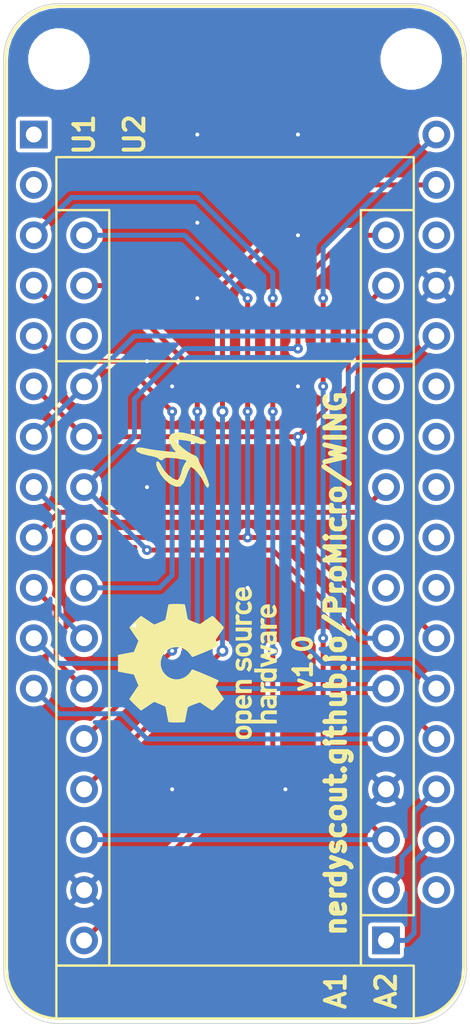
<source format=kicad_pcb>
(kicad_pcb (version 20171130) (host pcbnew 5.1.5)
  (title_block (title WING) (date 2020-06-01) (rev v1.0) (company nerdyscout))
  (layers (0 F.Cu mixed) (31 B.Cu mixed) (34 B.Paste user) (35 F.Paste user) (36 B.SilkS user) (37 F.SilkS user) (38 B.Mask user) (39 F.Mask user) (44 Edge.Cuts user))
  (net 0 "")
  (net 1 GND)
  (net 2 +3V3)
  (net 3 Reset)
  (net 4 D9)
  (net 5 D8)
  (net 6 A3)
  (net 7 D7)
  (net 8 A2)
  (net 9 D6)
  (net 10 A1)
  (net 11 D5)
  (net 12 A0)
  (net 13 D4)
  (net 14 D15)
  (net 15 D3)
  (net 16 D14)
  (net 17 D2)
  (net 18 D16)
  (net 19 D10)
  (net 20 D0)
  (net 21 D1)
  (net 22 +5V)
  (net 23 EN)
  (module Symbol:OSHW-Logo_7.5x8mm_SilkScreen (layer F.Cu) (at 56.515 87.63 90)
    (fp_text reference LOGO1 hide)
    (fp_text value Logo_Open_Hardware_Small hide)
  )
  (module Symbol:initials (layer F.Cu) (at 55.245 77.47 90)
    (fp_text reference TP3 hide)
    (fp_text value initials hide)
  )
  (module WING:Adafruit_Feather_mod2 (layer F.Cu) (at 48.26 60.96)
    (fp_text reference U1 (at 2.54 0 270) (layer F.SilkS) (effects (font (thickness 0.2))))
    (fp_text value Adafruit_HUZZAH32_ESP32_Feather hide)
    (pad 1 thru_hole rect (at 0 0) (size 1.4 1.4) (drill 0.8) (layers *.Cu *.Mask))
    (pad 2 thru_hole circle (at 0 2.54) (size 1.4 1.4) (drill 0.8) (layers *.Cu *.Mask) (net 23 EN))
    (pad 3 thru_hole circle (at 0 5.08) (size 1.4 1.4) (drill 0.8) (layers *.Cu *.Mask) (net 22 +5V))
    (pad 4 thru_hole circle (at 0 7.62) (size 1.4 1.4) (drill 0.8) (layers *.Cu *.Mask) (net 6 A3))
    (pad 5 thru_hole circle (at 0 10.16) (size 1.4 1.4) (drill 0.8) (layers *.Cu *.Mask) (net 12 A0))
    (pad 6 thru_hole circle (at 0 12.7) (size 1.4 1.4) (drill 0.8) (layers *.Cu *.Mask) (net 18 D16))
    (pad 7 thru_hole circle (at 0 15.24) (size 1.4 1.4) (drill 0.8) (layers *.Cu *.Mask) (net 19 D10))
    (pad 8 thru_hole circle (at 0 17.78) (size 1.4 1.4) (drill 0.8) (layers *.Cu *.Mask) (net 10 A1))
    (pad 9 thru_hole circle (at 0 20.32) (size 1.4 1.4) (drill 0.8) (layers *.Cu *.Mask) (net 7 D7))
    (pad 10 thru_hole circle (at 0 22.86) (size 1.4 1.4) (drill 0.8) (layers *.Cu *.Mask) (net 8 A2))
    (pad 11 thru_hole circle (at 0 25.4) (size 1.4 1.4) (drill 0.8) (layers *.Cu *.Mask) (net 15 D3))
    (pad 12 thru_hole circle (at 0 27.94) (size 1.4 1.4) (drill 0.8) (layers *.Cu *.Mask) (net 17 D2))
    (pad 13 thru_hole circle (at 20.32 38.1) (size 1.4 1.4) (drill 0.8) (layers *.Cu *.Mask))
    (pad 14 thru_hole circle (at 20.32 35.56) (size 1.4 1.4) (drill 0.8) (layers *.Cu *.Mask) (net 21 D1))
    (pad 15 thru_hole circle (at 20.32 33.02) (size 1.4 1.4) (drill 0.8) (layers *.Cu *.Mask) (net 20 D0))
    (pad 16 thru_hole circle (at 20.32 30.48) (size 1.4 1.4) (drill 0.8) (layers *.Cu *.Mask) (net 16 D14))
    (pad 17 thru_hole circle (at 20.32 27.94) (size 1.4 1.4) (drill 0.8) (layers *.Cu *.Mask) (net 18 D16))
    (pad 18 thru_hole circle (at 20.32 25.4) (size 1.4 1.4) (drill 0.8) (layers *.Cu *.Mask) (net 14 D15))
    (pad 19 thru_hole circle (at 20.32 22.86) (size 1.4 1.4) (drill 0.8) (layers *.Cu *.Mask))
    (pad 20 thru_hole circle (at 20.32 20.32) (size 1.4 1.4) (drill 0.8) (layers *.Cu *.Mask))
    (pad 21 thru_hole circle (at 20.32 17.78) (size 1.4 1.4) (drill 0.8) (layers *.Cu *.Mask))
    (pad 22 thru_hole circle (at 20.32 15.24) (size 1.4 1.4) (drill 0.8) (layers *.Cu *.Mask))
    (pad 23 thru_hole circle (at 20.32 12.7) (size 1.4 1.4) (drill 0.8) (layers *.Cu *.Mask))
    (pad 25 thru_hole circle (at 20.32 7.62) (size 1.4 1.4) (drill 0.8) (layers *.Cu *.Mask) (net 1 GND))
    (pad 26 thru_hole circle (at 20.32 5.08) (size 1.4 1.4) (drill 0.8) (layers *.Cu *.Mask))
    (pad 27 thru_hole circle (at 20.32 2.54) (size 1.4 1.4) (drill 0.8) (layers *.Cu *.Mask) (net 2 +3V3))
  )
  (module WING:Adafruit_Feather (layer F.Cu) (at 48.26 60.96)
    (fp_text reference U2 (at 5.08 0 270) (layer F.SilkS) (effects (font (thickness 0.2))))
    (fp_text value Adafruit_Feather_HUZZAH_ESP8266 hide)
    (pad 28 thru_hole circle (at 20.32 0) (size 1.4 1.4) (drill 0.8) (layers *.Cu *.Mask) (net 3 Reset))
    (pad 27 thru_hole circle (at 20.32 2.54) (size 1.4 1.4) (drill 0.8) (layers *.Cu *.Mask) (net 2 +3V3))
    (pad 26 thru_hole circle (at 20.32 5.08) (size 1.4 1.4) (drill 0.8) (layers *.Cu *.Mask))
    (pad 25 thru_hole circle (at 20.32 7.62) (size 1.4 1.4) (drill 0.8) (layers *.Cu *.Mask) (net 1 GND))
    (pad 24 thru_hole circle (at 20.32 10.16) (size 1.4 1.4) (drill 0.8) (layers *.Cu *.Mask) (net 13 D4))
    (pad 23 thru_hole circle (at 20.32 12.7) (size 1.4 1.4) (drill 0.8) (layers *.Cu *.Mask))
    (pad 22 thru_hole circle (at 20.32 15.24) (size 1.4 1.4) (drill 0.8) (layers *.Cu *.Mask))
    (pad 21 thru_hole circle (at 20.32 17.78) (size 1.4 1.4) (drill 0.8) (layers *.Cu *.Mask))
    (pad 20 thru_hole circle (at 20.32 20.32) (size 1.4 1.4) (drill 0.8) (layers *.Cu *.Mask))
    (pad 19 thru_hole circle (at 20.32 22.86) (size 1.4 1.4) (drill 0.8) (layers *.Cu *.Mask))
    (pad 18 thru_hole circle (at 20.32 25.4) (size 1.4 1.4) (drill 0.8) (layers *.Cu *.Mask) (net 14 D15))
    (pad 17 thru_hole circle (at 20.32 27.94) (size 1.4 1.4) (drill 0.8) (layers *.Cu *.Mask) (net 18 D16))
    (pad 16 thru_hole circle (at 20.32 30.48) (size 1.4 1.4) (drill 0.8) (layers *.Cu *.Mask) (net 16 D14))
    (pad 15 thru_hole circle (at 20.32 33.02) (size 1.4 1.4) (drill 0.8) (layers *.Cu *.Mask) (net 20 D0))
    (pad 14 thru_hole circle (at 20.32 35.56) (size 1.4 1.4) (drill 0.8) (layers *.Cu *.Mask) (net 21 D1))
    (pad 13 thru_hole circle (at 20.32 38.1) (size 1.4 1.4) (drill 0.8) (layers *.Cu *.Mask))
    (pad 12 thru_hole circle (at 0 27.94) (size 1.4 1.4) (drill 0.8) (layers *.Cu *.Mask) (net 17 D2))
    (pad 11 thru_hole circle (at 0 25.4) (size 1.4 1.4) (drill 0.8) (layers *.Cu *.Mask) (net 15 D3))
    (pad 10 thru_hole circle (at 0 22.86) (size 1.4 1.4) (drill 0.8) (layers *.Cu *.Mask) (net 8 A2))
    (pad 9 thru_hole circle (at 0 20.32) (size 1.4 1.4) (drill 0.8) (layers *.Cu *.Mask) (net 7 D7))
    (pad 8 thru_hole circle (at 0 17.78) (size 1.4 1.4) (drill 0.8) (layers *.Cu *.Mask) (net 10 A1))
    (pad 7 thru_hole circle (at 0 15.24) (size 1.4 1.4) (drill 0.8) (layers *.Cu *.Mask) (net 19 D10))
    (pad 3 thru_hole circle (at 0 5.08) (size 1.4 1.4) (drill 0.8) (layers *.Cu *.Mask) (net 22 +5V))
    (pad 2 thru_hole circle (at 0 2.54) (size 1.4 1.4) (drill 0.8) (layers *.Cu *.Mask) (net 23 EN))
    (pad 1 thru_hole rect (at 0 0) (size 1.4 1.4) (drill 0.8) (layers *.Cu *.Mask))
  )
  (module Module:Sparkfun_Pro_Micro (layer F.Cu) (at 66.04 101.6 180)
    (fp_text reference A1 (at 2.54 -2.54 270) (layer F.SilkS) (effects (font (thickness 0.2))))
    (fp_text value Sparkfun_Pro_Micro_3V3 hide)
    (pad 24 thru_hole circle (at 15.24 0 180) (size 1.4 1.4) (drill 0.8) (layers *.Cu *.Mask) (net 22 +5V))
    (pad 23 thru_hole circle (at 15.24 2.54 180) (size 1.4 1.4) (drill 0.8) (layers *.Cu *.Mask) (net 1 GND))
    (pad 22 thru_hole circle (at 15.24 5.08 180) (size 1.4 1.4) (drill 0.8) (layers *.Cu *.Mask) (net 3 Reset))
    (pad 12 thru_hole circle (at 0 27.94 180) (size 1.4 1.4) (drill 0.8) (layers *.Cu *.Mask) (net 4 D9))
    (pad 21 thru_hole circle (at 15.24 7.62 180) (size 1.4 1.4) (drill 0.8) (layers *.Cu *.Mask) (net 2 +3V3))
    (pad 11 thru_hole circle (at 0 25.4 180) (size 1.4 1.4) (drill 0.8) (layers *.Cu *.Mask) (net 5 D8))
    (pad 20 thru_hole circle (at 15.24 10.16 180) (size 1.4 1.4) (drill 0.8) (layers *.Cu *.Mask) (net 6 A3))
    (pad 10 thru_hole circle (at 0 22.86 180) (size 1.4 1.4) (drill 0.8) (layers *.Cu *.Mask) (net 7 D7))
    (pad 19 thru_hole circle (at 15.24 12.7 180) (size 1.4 1.4) (drill 0.8) (layers *.Cu *.Mask) (net 8 A2))
    (pad 9 thru_hole circle (at 0 20.32 180) (size 1.4 1.4) (drill 0.8) (layers *.Cu *.Mask) (net 9 D6))
    (pad 18 thru_hole circle (at 15.24 15.24 180) (size 1.4 1.4) (drill 0.8) (layers *.Cu *.Mask) (net 10 A1))
    (pad 8 thru_hole circle (at 0 17.78 180) (size 1.4 1.4) (drill 0.8) (layers *.Cu *.Mask) (net 11 D5))
    (pad 17 thru_hole circle (at 15.24 17.78 180) (size 1.4 1.4) (drill 0.8) (layers *.Cu *.Mask) (net 12 A0))
    (pad 7 thru_hole circle (at 0 15.24 180) (size 1.4 1.4) (drill 0.8) (layers *.Cu *.Mask) (net 13 D4))
    (pad 16 thru_hole circle (at 15.24 20.32 180) (size 1.4 1.4) (drill 0.8) (layers *.Cu *.Mask) (net 14 D15))
    (pad 6 thru_hole circle (at 0 12.7 180) (size 1.4 1.4) (drill 0.8) (layers *.Cu *.Mask) (net 15 D3))
    (pad 15 thru_hole circle (at 15.24 22.86 180) (size 1.4 1.4) (drill 0.8) (layers *.Cu *.Mask) (net 16 D14))
    (pad 5 thru_hole circle (at 0 10.16 180) (size 1.4 1.4) (drill 0.8) (layers *.Cu *.Mask) (net 17 D2))
    (pad 14 thru_hole circle (at 15.24 25.4 180) (size 1.4 1.4) (drill 0.8) (layers *.Cu *.Mask) (net 18 D16))
    (pad 4 thru_hole circle (at 0 7.62 180) (size 1.4 1.4) (drill 0.8) (layers *.Cu *.Mask) (net 1 GND))
    (pad 13 thru_hole circle (at 15.24 27.94 180) (size 1.4 1.4) (drill 0.8) (layers *.Cu *.Mask) (net 19 D10))
    (pad 3 thru_hole circle (at 0 5.08 180) (size 1.4 1.4) (drill 0.8) (layers *.Cu *.Mask) (net 3 Reset))
    (pad 2 thru_hole circle (at 0 2.54 180) (size 1.4 1.4) (drill 0.8) (layers *.Cu *.Mask) (net 20 D0))
    (pad 1 thru_hole rect (at 0 0 180) (size 1.4 1.4) (drill 0.8) (layers *.Cu *.Mask) (net 21 D1))
  )
  (module MountingHole:MountingHole_2.7mm (layer F.Cu) (at 67.31 57.15)
    (fp_text reference TP2 hide)
    (fp_text value TestPoint hide)
    (pad 1 np_thru_hole circle (at 0 0) (size 2.7 2.7) (drill 2.7) (layers *.Cu *.Mask))
  )
  (module MountingHole:MountingHole_2.7mm (layer F.Cu) (at 49.53 57.15)
    (fp_text reference TP1 hide)
    (fp_text value TestPoint hide)
    (pad 1 np_thru_hole circle (at 0 0) (size 2.7 2.7) (drill 2.7) (layers *.Cu *.Mask))
  )
  (module Module:Arduino_Nano_mod (layer F.Cu) (at 66.04 101.6 180)
    (fp_text reference A2 (at 0 -2.54 90) (layer F.SilkS) (effects (font (thickness 0.2))))
    (fp_text value Arduino_Nano_v3.x)
    (pad 16 thru_hole circle (at 15.24 35.56 180) (size 1.4 1.4) (drill 0.8) (layers *.Cu *.Mask))
    (pad 15 thru_hole circle (at 0 35.56 180) (size 1.4 1.4) (drill 0.8) (layers *.Cu *.Mask))
    (pad 30 thru_hole circle (at 15.24 0 180) (size 1.4 1.4) (drill 0.8) (layers *.Cu *.Mask))
    (pad 14 thru_hole circle (at 0 33.02 180) (size 1.4 1.4) (drill 0.8) (layers *.Cu *.Mask))
    (pad 29 thru_hole circle (at 15.24 2.54 180) (size 1.4 1.4) (drill 0.8) (layers *.Cu *.Mask) (net 1 GND))
    (pad 13 thru_hole circle (at 0 30.48 180) (size 1.4 1.4) (drill 0.8) (layers *.Cu *.Mask))
    (pad 28 thru_hole circle (at 15.24 5.08 180) (size 1.4 1.4) (drill 0.8) (layers *.Cu *.Mask) (net 3 Reset))
    (pad 12 thru_hole circle (at 0 27.94 180) (size 1.4 1.4) (drill 0.8) (layers *.Cu *.Mask))
    (pad 27 thru_hole circle (at 15.24 7.62 180) (size 1.4 1.4) (drill 0.8) (layers *.Cu *.Mask) (net 2 +3V3))
    (pad 11 thru_hole circle (at 0 25.4 180) (size 1.4 1.4) (drill 0.8) (layers *.Cu *.Mask))
    (pad 26 thru_hole circle (at 15.24 10.16 180) (size 1.4 1.4) (drill 0.8) (layers *.Cu *.Mask))
    (pad 10 thru_hole circle (at 0 22.86 180) (size 1.4 1.4) (drill 0.8) (layers *.Cu *.Mask))
    (pad 25 thru_hole circle (at 15.24 12.7 180) (size 1.4 1.4) (drill 0.8) (layers *.Cu *.Mask))
    (pad 9 thru_hole circle (at 0 20.32 180) (size 1.4 1.4) (drill 0.8) (layers *.Cu *.Mask))
    (pad 24 thru_hole circle (at 15.24 15.24 180) (size 1.4 1.4) (drill 0.8) (layers *.Cu *.Mask))
    (pad 8 thru_hole circle (at 0 17.78 180) (size 1.4 1.4) (drill 0.8) (layers *.Cu *.Mask))
    (pad 23 thru_hole circle (at 15.24 17.78 180) (size 1.4 1.4) (drill 0.8) (layers *.Cu *.Mask))
    (pad 7 thru_hole circle (at 0 15.24 180) (size 1.4 1.4) (drill 0.8) (layers *.Cu *.Mask))
    (pad 6 thru_hole circle (at 0 12.7 180) (size 1.4 1.4) (drill 0.8) (layers *.Cu *.Mask))
    (pad 5 thru_hole circle (at 0 10.16 180) (size 1.4 1.4) (drill 0.8) (layers *.Cu *.Mask))
    (pad 4 thru_hole circle (at 0 7.62 180) (size 1.4 1.4) (drill 0.8) (layers *.Cu *.Mask) (net 1 GND))
    (pad 3 thru_hole circle (at 0 5.08 180) (size 1.4 1.4) (drill 0.8) (layers *.Cu *.Mask) (net 3 Reset))
    (pad 18 thru_hole circle (at 15.24 30.48 180) (size 1.4 1.4) (drill 0.8) (layers *.Cu *.Mask))
    (pad 2 thru_hole circle (at 0 2.54 180) (size 1.4 1.4) (drill 0.8) (layers *.Cu *.Mask))
    (pad 17 thru_hole circle (at 15.24 33.02 180) (size 1.4 1.4) (drill 0.8) (layers *.Cu *.Mask) (net 2 +3V3))
    (pad 1 thru_hole rect (at 0 0 180) (size 1.4 1.4) (drill 0.8) (layers *.Cu *.Mask))
  )
  (gr_arc (start 49.53 57.15) (end 49.53 54.356) (angle -90) (layer Edge.Cuts) (width 0.05))
  (gr_arc (start 67.31 57.15) (end 70.104 57.15) (angle -90) (layer Edge.Cuts) (width 0.05))
  (gr_arc (start 67.31 102.997) (end 67.31 105.791) (angle -90) (layer Edge.Cuts) (width 0.05))
  (gr_arc (start 49.53 102.997) (end 46.736 102.997) (angle -90) (layer Edge.Cuts) (width 0.05))
  (gr_text v1.0 (at 61.849 87.63 90) (layer F.SilkS) (effects (font (size 0.9 0.9) (thickness 0.2))))
  (gr_text nerdyscout.github.io/ProMicro/WING (at 63.5 87.63 90) (layer F.SilkS) (effects (font (size 1 1) (thickness 0.25))))
  (gr_line (start 46.736 102.997) (end 46.736 57.15) (layer Edge.Cuts) (width 0.05))
  (gr_line (start 67.31 105.791) (end 49.53 105.791) (layer Edge.Cuts) (width 0.05))
  (gr_line (start 70.104 57.15) (end 70.104 102.997) (layer Edge.Cuts) (width 0.05))
  (gr_line (start 49.53 54.356) (end 67.31 54.356) (layer Edge.Cuts) (width 0.05))
  (via (at 56.515 74.93) (size 0.5) (drill 0.2) (layers F.Cu B.Cu) (net 0))
  (segment (start 49.53 69.85) (end 49.059999 69.379999) (width 0.25) (layer F.Cu) (net 0))
  (segment (start 53.34 69.85) (end 49.53 69.85) (width 0.25) (layer F.Cu) (net 0))
  (segment (start 49.059999 69.379999) (end 48.26 68.58) (width 0.25) (layer F.Cu) (net 0))
  (segment (start 56.515 73.025) (end 53.34 69.85) (width 0.25) (layer F.Cu) (net 0))
  (segment (start 56.515 74.93) (end 56.515 73.025) (width 0.25) (layer F.Cu) (net 0))
  (via (at 55.244988 86.995) (size 0.5) (drill 0.2) (layers F.Cu B.Cu) (net 0))
  (segment (start 50.8 91.44) (end 55.244988 86.995012) (width 0.25) (layer F.Cu) (net 0))
  (segment (start 55.244988 86.995012) (end 55.244988 86.995) (width 0.25) (layer F.Cu) (net 0))
  (segment (start 56.515 74.93) (end 56.515 85.724988) (width 0.25) (layer B.Cu) (net 0))
  (segment (start 56.515 85.724988) (end 55.244988 86.995) (width 0.25) (layer B.Cu) (net 0))
  (segment (start 65.240001 79.539999) (end 66.04 78.74) (width 0.25) (layer F.Cu) (net 0))
  (segment (start 64.77 80.01) (end 65.240001 79.539999) (width 0.25) (layer F.Cu) (net 0))
  (segment (start 49.53 80.01) (end 64.77 80.01) (width 0.25) (layer F.Cu) (net 0))
  (segment (start 48.26 81.28) (end 49.53 80.01) (width 0.25) (layer F.Cu) (net 0))
  (segment (start 49.385001 87.485001) (end 50.000001 88.100001) (width 0.25) (layer F.Cu) (net 0))
  (segment (start 49.385001 84.945001) (end 49.385001 87.485001) (width 0.25) (layer F.Cu) (net 0))
  (segment (start 48.26 83.82) (end 49.385001 84.945001) (width 0.25) (layer F.Cu) (net 0))
  (segment (start 50.000001 88.100001) (end 50.8 88.9) (width 0.25) (layer F.Cu) (net 0))
  (segment (start 49.059999 79.539999) (end 48.26 78.74) (width 0.25) (layer B.Cu) (net 0))
  (segment (start 49.53 80.01) (end 49.059999 79.539999) (width 0.25) (layer B.Cu) (net 0))
  (segment (start 49.53 85.09) (end 49.53 80.01) (width 0.25) (layer B.Cu) (net 0))
  (segment (start 50.8 86.36) (end 49.53 85.09) (width 0.25) (layer B.Cu) (net 0))
  (via (at 55.245 74.93) (size 0.5) (drill 0.2) (layers F.Cu B.Cu) (net 0))
  (segment (start 49.059999 71.919999) (end 48.26 71.12) (width 0.25) (layer F.Cu) (net 0))
  (segment (start 49.53 72.39) (end 49.059999 71.919999) (width 0.25) (layer F.Cu) (net 0))
  (segment (start 52.705 72.39) (end 49.53 72.39) (width 0.25) (layer F.Cu) (net 0))
  (segment (start 55.245 74.93) (end 52.705 72.39) (width 0.25) (layer F.Cu) (net 0))
  (segment (start 55.245 83.185) (end 55.245 74.93) (width 0.25) (layer B.Cu) (net 0))
  (segment (start 54.61 83.82) (end 55.245 83.185) (width 0.25) (layer B.Cu) (net 0))
  (segment (start 50.8 83.82) (end 54.61 83.82) (width 0.25) (layer B.Cu) (net 0))
  (segment (start 67.780001 71.919999) (end 68.58 71.12) (width 0.25) (layer B.Cu) (net 0))
  (segment (start 67.31 72.39) (end 67.780001 71.919999) (width 0.25) (layer B.Cu) (net 0))
  (segment (start 64.135 73.025) (end 64.77 72.39) (width 0.25) (layer B.Cu) (net 0))
  (segment (start 64.77 72.39) (end 67.31 72.39) (width 0.25) (layer B.Cu) (net 0))
  (segment (start 64.135 85.58637) (end 64.135 73.025) (width 0.25) (layer B.Cu) (net 0))
  (segment (start 64.90863 86.36) (end 64.135 85.58637) (width 0.25) (layer B.Cu) (net 0))
  (segment (start 66.04 86.36) (end 64.90863 86.36) (width 0.25) (layer B.Cu) (net 0))
  (via (at 59.055 69.215) (size 0.5) (drill 0.2) (layers F.Cu B.Cu) (net 0))
  (segment (start 55.88 66.04) (end 59.055 69.215) (width 0.25) (layer B.Cu) (net 0))
  (segment (start 50.8 66.04) (end 55.88 66.04) (width 0.25) (layer B.Cu) (net 0))
  (via (at 59.055 74.93) (size 0.5) (drill 0.2) (layers F.Cu B.Cu) (net 0))
  (segment (start 59.055 69.215) (end 59.055 74.93) (width 0.25) (layer F.Cu) (net 0))
  (via (at 59.055 81.28) (size 0.5) (drill 0.2) (layers F.Cu B.Cu) (net 0))
  (segment (start 59.055 74.93) (end 59.055 81.28) (width 0.25) (layer B.Cu) (net 0))
  (segment (start 67.780001 85.560001) (end 68.58 86.36) (width 0.25) (layer F.Cu) (net 0))
  (segment (start 67.31 85.09) (end 67.780001 85.560001) (width 0.25) (layer F.Cu) (net 0))
  (segment (start 65.405 85.09) (end 67.31 85.09) (width 0.25) (layer F.Cu) (net 0))
  (segment (start 61.595 81.28) (end 65.405 85.09) (width 0.25) (layer F.Cu) (net 0))
  (segment (start 50.8 81.28) (end 61.595 81.28) (width 0.25) (layer F.Cu) (net 0))
  (segment (start 49.53 87.63) (end 48.26 86.36) (width 0.25) (layer B.Cu) (net 0))
  (segment (start 53.34 87.63) (end 49.53 87.63) (width 0.25) (layer B.Cu) (net 0))
  (segment (start 54.61 88.9) (end 53.34 87.63) (width 0.25) (layer B.Cu) (net 0))
  (segment (start 66.04 88.9) (end 54.61 88.9) (width 0.25) (layer B.Cu) (net 0))
  (via (at 53.975012 81.915) (size 0.5) (drill 0.2) (layers F.Cu B.Cu) (net 0))
  (segment (start 53.975 81.915) (end 53.975012 81.915) (width 0.25) (layer B.Cu) (net 0))
  (segment (start 50.8 78.74) (end 53.975 81.915) (width 0.25) (layer B.Cu) (net 0))
  (via (at 61.595 71.755) (size 0.5) (drill 0.2) (layers F.Cu B.Cu) (net 0))
  (segment (start 61.595 68.58) (end 61.595 71.755) (width 0.25) (layer F.Cu) (net 0))
  (segment (start 64.135 66.04) (end 61.595 68.58) (width 0.25) (layer F.Cu) (net 0))
  (segment (start 66.04 66.04) (end 64.135 66.04) (width 0.25) (layer F.Cu) (net 0))
  (segment (start 64.135 85.725) (end 60.325 81.915) (width 0.25) (layer F.Cu) (net 0))
  (segment (start 60.325 81.915) (end 53.975012 81.915) (width 0.25) (layer F.Cu) (net 0))
  (segment (start 64.135 89.535) (end 64.135 85.725) (width 0.25) (layer F.Cu) (net 0))
  (segment (start 64.77 90.17) (end 64.135 89.535) (width 0.25) (layer F.Cu) (net 0))
  (segment (start 68.58 91.44) (end 67.31 90.17) (width 0.25) (layer F.Cu) (net 0))
  (segment (start 67.31 90.17) (end 64.77 90.17) (width 0.25) (layer F.Cu) (net 0))
  (segment (start 61.241447 71.755) (end 61.595 71.755) (width 0.25) (layer B.Cu) (net 0))
  (segment (start 55.88 71.755) (end 61.241447 71.755) (width 0.25) (layer B.Cu) (net 0))
  (segment (start 53.34 74.295) (end 55.88 71.755) (width 0.25) (layer B.Cu) (net 0))
  (segment (start 53.34 76.2) (end 53.34 74.295) (width 0.25) (layer B.Cu) (net 0))
  (segment (start 50.8 78.74) (end 53.34 76.2) (width 0.25) (layer B.Cu) (net 0))
  (segment (start 49.53 90.17) (end 48.26 88.9) (width 0.25) (layer B.Cu) (net 0))
  (segment (start 52.705 90.17) (end 49.53 90.17) (width 0.25) (layer B.Cu) (net 0))
  (segment (start 53.975 91.44) (end 52.705 90.17) (width 0.25) (layer B.Cu) (net 0))
  (segment (start 66.04 91.44) (end 53.975 91.44) (width 0.25) (layer B.Cu) (net 0))
  (segment (start 50.8 76.2) (end 48.26 73.66) (width 0.25) (layer F.Cu) (net 0))
  (via (at 61.595 76.199998) (size 0.5) (drill 0.2) (layers F.Cu B.Cu) (net 0))
  (segment (start 61.594998 76.2) (end 61.595 76.199998) (width 0.25) (layer F.Cu) (net 0))
  (segment (start 50.8 76.2) (end 60.96 76.2) (width 0.25) (layer F.Cu) (net 0))
  (segment (start 60.96 76.2) (end 61.594998 76.2) (width 0.25) (layer F.Cu) (net 0))
  (segment (start 61.844999 75.949999) (end 61.595 76.199998) (width 0.25) (layer F.Cu) (net 0))
  (segment (start 64.135 73.659998) (end 61.844999 75.949999) (width 0.25) (layer F.Cu) (net 0))
  (segment (start 64.135 70.485) (end 64.135 73.659998) (width 0.25) (layer F.Cu) (net 0))
  (segment (start 66.04 68.58) (end 64.135 70.485) (width 0.25) (layer F.Cu) (net 0))
  (segment (start 61.595 76.553551) (end 61.595 76.199998) (width 0.25) (layer B.Cu) (net 0))
  (segment (start 61.595 86.36) (end 61.595 76.553551) (width 0.25) (layer B.Cu) (net 0))
  (segment (start 62.865 87.63) (end 61.595 86.36) (width 0.25) (layer B.Cu) (net 0))
  (segment (start 67.31 87.63) (end 62.865 87.63) (width 0.25) (layer B.Cu) (net 0))
  (segment (start 68.58 88.9) (end 67.31 87.63) (width 0.25) (layer B.Cu) (net 0))
  (segment (start 48.26 76.2) (end 50.8 73.66) (width 0.25) (layer B.Cu) (net 0))
  (segment (start 53.34 71.12) (end 66.04 71.12) (width 0.25) (layer B.Cu) (net 0))
  (segment (start 50.8 73.66) (end 53.34 71.12) (width 0.25) (layer B.Cu) (net 0))
  (segment (start 67.454999 95.105001) (end 67.780001 94.779999) (width 0.25) (layer B.Cu) (net 0))
  (segment (start 67.454999 96.770003) (end 67.454999 95.105001) (width 0.25) (layer B.Cu) (net 0))
  (segment (start 66.839999 97.385003) (end 67.454999 96.770003) (width 0.25) (layer B.Cu) (net 0))
  (segment (start 66.839999 98.260001) (end 66.839999 97.385003) (width 0.25) (layer B.Cu) (net 0))
  (segment (start 66.04 99.06) (end 66.839999 98.260001) (width 0.25) (layer B.Cu) (net 0))
  (segment (start 67.780001 94.779999) (end 68.58 93.98) (width 0.25) (layer B.Cu) (net 0))
  (segment (start 68.58 96.52) (end 67.454999 97.645001) (width 0.25) (layer B.Cu) (net 0))
  (segment (start 67.454999 97.645001) (end 67.454999 101.235001) (width 0.25) (layer B.Cu) (net 0))
  (segment (start 67.454999 101.235001) (end 67.09 101.6) (width 0.25) (layer B.Cu) (net 0))
  (segment (start 67.09 101.6) (end 66.04 101.6) (width 0.25) (layer B.Cu) (net 0))
  (via (at 60.325 69.215) (size 0.5) (drill 0.2) (layers F.Cu B.Cu) (net 0))
  (via (at 60.325 74.93) (size 0.5) (drill 0.2) (layers F.Cu B.Cu) (net 0))
  (segment (start 60.325 69.215) (end 60.325 74.93) (width 0.25) (layer F.Cu) (net 0))
  (segment (start 60.325 92.075) (end 60.325 86.995) (width 0.25) (layer F.Cu) (net 0))
  (segment (start 50.8 101.6) (end 60.325 92.075) (width 0.25) (layer F.Cu) (net 0))
  (segment (start 60.325 74.93) (end 60.325 86.995) (width 0.25) (layer B.Cu) (net 0))
  (via (at 60.325 86.995) (size 0.5) (drill 0.2) (layers F.Cu B.Cu) (net 0))
  (segment (start 60.325 67.945) (end 60.325 69.215) (width 0.25) (layer B.Cu) (net 0))
  (segment (start 56.515 64.135) (end 60.325 67.945) (width 0.25) (layer B.Cu) (net 0))
  (segment (start 50.165 64.135) (end 56.515 64.135) (width 0.25) (layer B.Cu) (net 0))
  (segment (start 48.26 66.04) (end 50.165 64.135) (width 0.25) (layer B.Cu) (net 0))
  (via (at 59.055 83.82) (size 0.5) (drill 0.2) (layers F.Cu B.Cu) (net 1))
  (via (at 60.96 93.98) (size 0.5) (drill 0.2) (layers F.Cu B.Cu) (net 1))
  (via (at 55.245 93.98) (size 0.5) (drill 0.2) (layers F.Cu B.Cu) (net 1))
  (via (at 53.975 78.74) (size 0.5) (drill 0.2) (layers F.Cu B.Cu) (net 1))
  (via (at 61.595 73.66) (size 0.5) (drill 0.2) (layers F.Cu B.Cu) (net 1))
  (via (at 55.245 73.66) (size 0.5) (drill 0.2) (layers F.Cu B.Cu) (net 1))
  (via (at 53.975 72.39) (size 0.5) (drill 0.2) (layers F.Cu B.Cu) (net 1))
  (via (at 56.515 69.215) (size 0.5) (drill 0.2) (layers F.Cu B.Cu) (net 1))
  (via (at 61.595 66.04) (size 0.5) (drill 0.2) (layers F.Cu B.Cu) (net 1))
  (via (at 56.515 65.405) (size 0.5) (drill 0.2) (layers F.Cu B.Cu) (net 1))
  (via (at 61.595 60.96) (size 0.5) (drill 0.2) (layers F.Cu B.Cu) (net 1))
  (via (at 56.515 60.96) (size 0.5) (drill 0.2) (layers F.Cu B.Cu) (net 1))
  (via (at 53.34 85.725) (size 0.5) (drill 0.2) (layers F.Cu B.Cu) (net 1))
  (via (at 57.785 74.93) (size 0.6) (drill 0.3) (layers F.Cu B.Cu) (net 2))
  (segment (start 57.785 74.93) (end 57.785 68.58) (width 0.25) (layer F.Cu) (net 2))
  (segment (start 67.44863 63.5) (end 68.58 63.5) (width 0.25) (layer F.Cu) (net 2))
  (segment (start 62.865 63.5) (end 67.44863 63.5) (width 0.25) (layer F.Cu) (net 2))
  (segment (start 57.785 68.58) (end 62.865 63.5) (width 0.25) (layer F.Cu) (net 2))
  (segment (start 50.8 68.58) (end 57.785 68.58) (width 0.25) (layer F.Cu) (net 2))
  (via (at 57.785 86.995008) (size 0.6) (drill 0.3) (layers F.Cu B.Cu) (net 2))
  (segment (start 57.785 74.93) (end 57.785 86.995008) (width 0.25) (layer B.Cu) (net 2))
  (segment (start 50.8 93.98) (end 57.784992 86.995008) (width 0.25) (layer F.Cu) (net 2))
  (segment (start 57.784992 86.995008) (end 57.785 86.995008) (width 0.25) (layer F.Cu) (net 2))
  (segment (start 50.8 96.52) (end 66.04 96.52) (width 0.25) (layer B.Cu) (net 3))
  (via (at 62.865 69.215) (size 0.5) (drill 0.2) (layers F.Cu B.Cu) (net 3))
  (via (at 62.865 73.66) (size 0.5) (drill 0.2) (layers F.Cu B.Cu) (net 3))
  (segment (start 62.865 69.215) (end 62.865 73.66) (width 0.25) (layer F.Cu) (net 3))
  (via (at 62.865 86.36) (size 0.5) (drill 0.2) (layers F.Cu B.Cu) (net 3))
  (segment (start 62.865 73.66) (end 62.865 86.36) (width 0.25) (layer B.Cu) (net 3))
  (segment (start 62.865 86.36) (end 62.865 93.345) (width 0.25) (layer F.Cu) (net 3))
  (segment (start 62.865 93.345) (end 66.04 96.52) (width 0.25) (layer F.Cu) (net 3))
  (segment (start 62.865 66.675) (end 62.865 69.215) (width 0.25) (layer B.Cu) (net 3))
  (segment (start 68.58 60.96) (end 62.865 66.675) (width 0.25) (layer B.Cu) (net 3))
  (zone (net 1) (net_name GND) (layer F.Cu) (connect_pads (clearance 0.25)) (min_thickness 0.25) (fill yes (arc_segments 32) (thermal_gap 0.2) (thermal_bridge_width 0.3))
    (polygon (pts (xy 70.104 105.791) (xy 46.736 105.791) (xy 46.736 54.356) (xy 70.104 54.356)))
  )
  (zone (net 1) (net_name GND) (layer B.Cu) (connect_pads (clearance 0.2)) (min_thickness 0.2) (fill yes (arc_segments 32) (thermal_gap 0.2) (thermal_bridge_width 0.3))
    (polygon (pts (xy 70.104 105.791) (xy 46.736 105.791) (xy 46.736 54.356) (xy 70.104 54.356)))
  )
)
</source>
